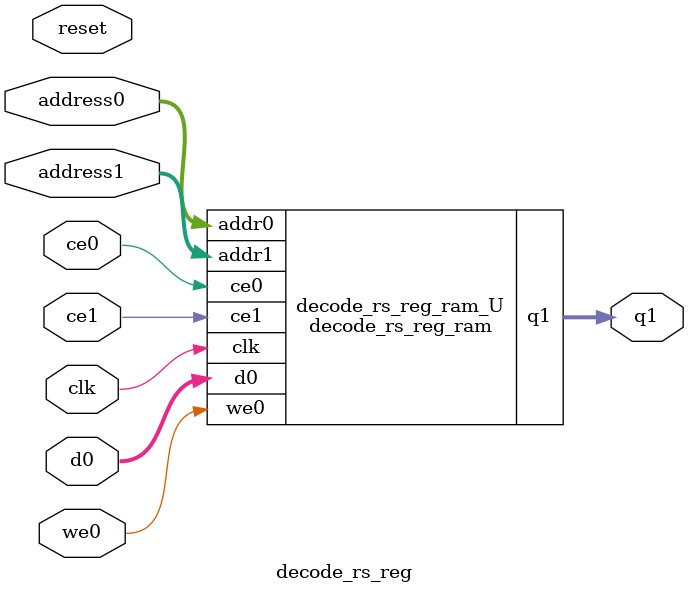
<source format=v>
`timescale 1 ns / 1 ps
module decode_rs_reg_ram (addr0, ce0, d0, we0, addr1, ce1, q1,  clk);

parameter DWIDTH = 32;
parameter AWIDTH = 4;
parameter MEM_SIZE = 11;

input[AWIDTH-1:0] addr0;
input ce0;
input[DWIDTH-1:0] d0;
input we0;
input[AWIDTH-1:0] addr1;
input ce1;
output reg[DWIDTH-1:0] q1;
input clk;

reg [DWIDTH-1:0] ram[0:MEM_SIZE-1];




always @(posedge clk)  
begin 
    if (ce0) begin
        if (we0) 
            ram[addr0] <= d0; 
    end
end


always @(posedge clk)  
begin 
    if (ce1) begin
        q1 <= ram[addr1];
    end
end


endmodule

`timescale 1 ns / 1 ps
module decode_rs_reg(
    reset,
    clk,
    address0,
    ce0,
    we0,
    d0,
    address1,
    ce1,
    q1);

parameter DataWidth = 32'd32;
parameter AddressRange = 32'd11;
parameter AddressWidth = 32'd4;
input reset;
input clk;
input[AddressWidth - 1:0] address0;
input ce0;
input we0;
input[DataWidth - 1:0] d0;
input[AddressWidth - 1:0] address1;
input ce1;
output[DataWidth - 1:0] q1;



decode_rs_reg_ram decode_rs_reg_ram_U(
    .clk( clk ),
    .addr0( address0 ),
    .ce0( ce0 ),
    .we0( we0 ),
    .d0( d0 ),
    .addr1( address1 ),
    .ce1( ce1 ),
    .q1( q1 ));

endmodule


</source>
